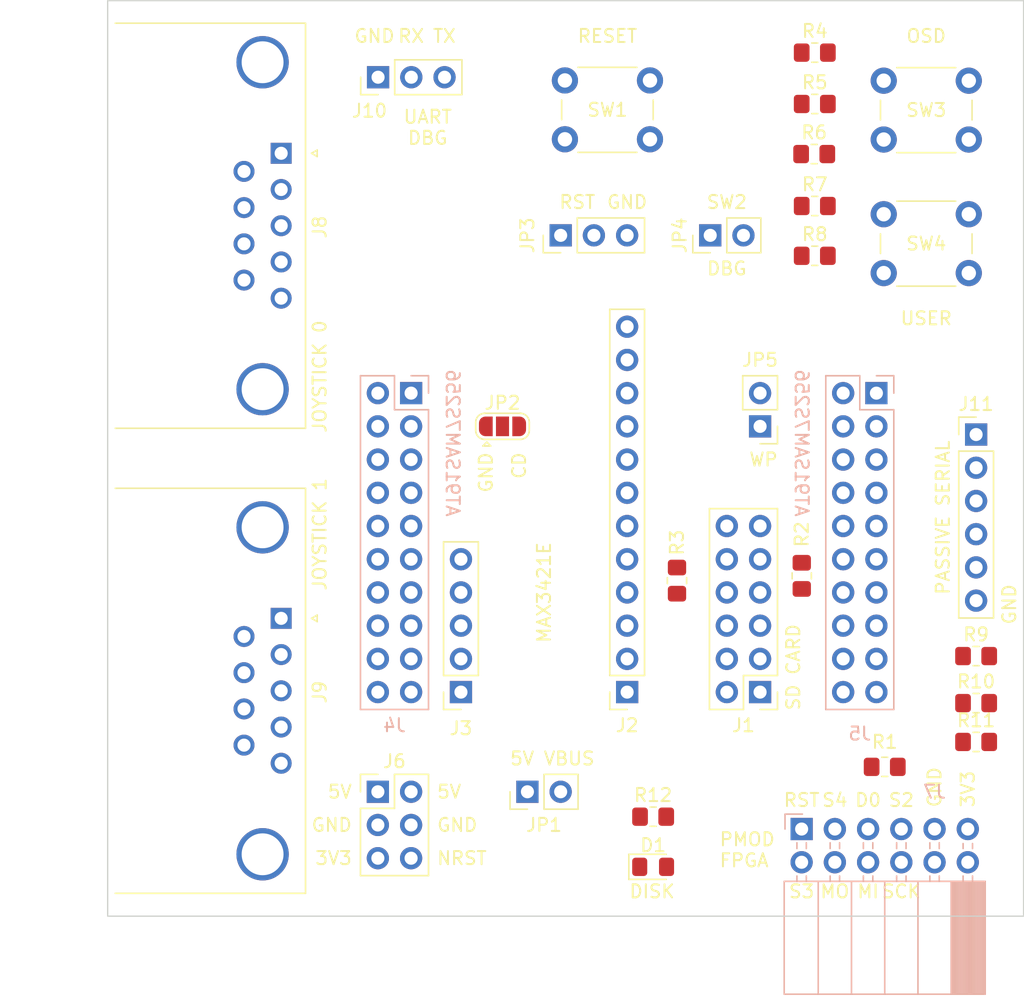
<source format=kicad_pcb>
(kicad_pcb (version 20211014) (generator pcbnew)
  (layers (0 "F.Cu" signal) (31 "B.Cu" signal) (34 "B.Paste" user) (35 "F.Paste" user) (36 "B.SilkS" user "B.Silkscreen") (37 "F.SilkS" user "F.Silkscreen") (38 "B.Mask" user) (39 "F.Mask" user) (44 "Edge.Cuts" user))
  (net 0 "")
  (net 1 "/PA31_SS1_SD")
  (net 2 "/PA0_SD_CD")
  (net 3 "/PA1_SD_WP")
  (net 4 "/PA2_SS4")
  (net 5 "/PA3_SS3")
  (net 6 "/PA30_INT")
  (net 7 "/PA29_LED")
  (net 8 "/PA28_J1UP")
  (net 9 "/PA27_J1DW")
  (net 10 "/PA4_CONF_DONE")
  (net 11 "/PA5_RX")
  (net 12 "/PA6_TX")
  (net 13 "/PA7_CONF_NSTAT")
  (net 14 "/PA8_CONF_NCFG")
  (net 15 "/PA9_CONF_D0")
  (net 16 "/PA10_SS2")
  (net 17 "/PB1_AD5")
  (net 18 "/PB0_AD4")
  (net 19 "/PB3_AD7")
  (net 20 "/PB2_AD6")
  (net 21 "/PA18_J0B1")
  (net 22 "/PA17_J0B2")
  (net 23 "/PA19_J0RG")
  (net 24 "/PA21_J0DW")
  (net 25 "/PA23_J1B2")
  (net 26 "/PA22_J0UP")
  (net 27 "/PA16_DM_PUP")
  (net 28 "/PA20_J0LF")
  (net 29 "/PA14_SCK")
  (net 30 "/PA15_CONF_DCLK")
  (net 31 "/PA24_J1B1")
  (net 32 "/PA13_MOSI")
  (net 33 "/PA26_J1LF")
  (net 34 "/PA25_J1RG")
  (net 35 "/PA11_SS0_USB")
  (net 36 "/PA12_MISO")
  (net 37 "Net-(D1-Pad1)")
  (net 38 "/3V3")
  (net 39 "/5V")
  (net 40 "GND")
  (net 41 "/NRST")
  (net 42 "/NRST2")
  (net 56 "/VBUS")
  (net 57 "/SCK2")
  (net 58 "/SCK1")
  (net 59 "/SCK3")
  (net 60 "/PB4_TDI")
  (net 61 "/PB5_TDO")
  (net 62 "/PB6_TMS")
  (net 63 "/PB7_TCK")
  (net 64 "/CD")
  (footprint "Connector_Dsub:DSUB-9_Male_Horizontal_P2.77x2.84mm_EdgePinOffset9.90mm_Housed_MountingHolesOffset11.32mm" (layer "F.Cu") (at 113.260331 97.23 -90)
    (fp_text reference "J9" (at 5.64 -2.944669 90) (layer "F.SilkS"))
    (fp_text value "DB9_Male")
    (fp_line (start -0.25 -2.754338) (end 0.25 -2.754338) (layer "F.SilkS") (width 0.12))
    (fp_line (start -9.945 12.68) (end -9.945 -1.86) (layer "F.SilkS") (width 0.12))
    (fp_line (start 0 -2.321325) (end -0.25 -2.754338) (layer "F.SilkS") (width 0.12))
    (fp_line (start -9.945 -1.86) (end 21.025 -1.86) (layer "F.SilkS") (width 0.12))
    (fp_line (start 0.25 -2.754338) (end 0 -2.321325) (layer "F.SilkS") (width 0.12))
    (fp_line (start 21.025 -1.86) (end 21.025 12.68) (layer "F.SilkS") (width 0.12))
    (pad "0" thru_hole circle (at 18.04 1.42 270) (size 4 4) (drill 3.2) (layers *.Cu *.Mask))
    (pad "0" thru_hole circle (at -6.96 1.42 270) (size 4 4) (drill 3.2) (layers *.Cu *.Mask))
    (pad "1" thru_hole rect (at 0 0 270) (size 1.6 1.6) (drill 1) (layers *.Cu *.Mask) (net 8 "/PA28_J1UP"))
    (pad "2" thru_hole circle (at 2.77 0 270) (size 1.6 1.6) (drill 1) (layers *.Cu *.Mask) (net 9 "/PA27_J1DW"))
    (pad "3" thru_hole circle (at 5.54 0 270) (size 1.6 1.6) (drill 1) (layers *.Cu *.Mask) (net 33 "/PA26_J1LF"))
    (pad "4" thru_hole circle (at 8.31 0 270) (size 1.6 1.6) (drill 1) (layers *.Cu *.Mask) (net 34 "/PA25_J1RG"))
    (pad "5" thru_hole circle (at 11.08 0 270) (size 1.6 1.6) (drill 1) (layers *.Cu *.Mask) (net 39 "/5V"))
    (pad "6" thru_hole circle (at 1.385 2.84 270) (size 1.6 1.6) (drill 1) (layers *.Cu *.Mask) (net 31 "/PA24_J1B1"))
    (pad "7" thru_hole circle (at 4.155 2.84 270) (size 1.6 1.6) (drill 1) (layers *.Cu *.Mask))
    (pad "8" thru_hole circle (at 6.925 2.84 270) (size 1.6 1.6) (drill 1) (layers *.Cu *.Mask) (net 40 "GND"))
    (pad "9" thru_hole circle (at 9.695 2.84 270) (size 1.6 1.6) (drill 1) (layers *.Cu *.Mask) (net 25 "/PA23_J1B2"))
  )
  (footprint "Diode_SMD:D_0805_2012Metric_Pad1.15x1.40mm_HandSolder" (layer "F.Cu") (at 141.686 116.23)
    (fp_text reference "D1" (at 0 -1.65) (layer "F.SilkS"))
    (fp_text value "LED")
    (fp_line (start -1.86 0.96) (end 1 0.96) (layer "F.SilkS") (width 0.12))
    (fp_line (start -1.86 -0.96) (end -1.86 0.96) (layer "F.SilkS") (width 0.12))
    (fp_line (start 1 -0.96) (end -1.86 -0.96) (layer "F.SilkS") (width 0.12))
    (pad "1" smd roundrect (at -1.025 0) (size 1.15 1.4) (layers "F.Cu" "F.Paste" "F.Mask") (roundrect_rratio 0.217391) (net 37 "Net-(D1-Pad1)"))
    (pad "2" smd roundrect (at 1.025 0) (size 1.15 1.4) (layers "F.Cu" "F.Paste" "F.Mask") (roundrect_rratio 0.217391) (net 38 "/3V3"))
  )
  (footprint "Connector_PinHeader_2.54mm:PinHeader_1x03_P2.54mm_Vertical" (layer "F.Cu") (at 120.665 55.855 90)
    (fp_text reference "J10" (at -2.565 -0.65 180) (layer "F.SilkS"))
    (fp_text value "Conn_01x03" hide)
    (fp_line (start 1.33 1.27) (end 1.33 6.41) (layer "F.SilkS") (width 0.12))
    (fp_line (start -1.33 6.41) (end 1.33 6.41) (layer "F.SilkS") (width 0.12))
    (fp_line (start -1.33 0) (end -1.33 -1.33) (layer "F.SilkS") (width 0.12))
    (fp_line (start -1.33 1.27) (end 1.33 1.27) (layer "F.SilkS") (width 0.12))
    (fp_line (start -1.33 1.27) (end -1.33 6.41) (layer "F.SilkS") (width 0.12))
    (fp_line (start -1.33 -1.33) (end 0 -1.33) (layer "F.SilkS") (width 0.12))
    (pad "1" thru_hole rect (at 0 0 90) (size 1.7 1.7) (drill 1) (layers *.Cu *.Mask) (net 40 "GND"))
    (pad "2" thru_hole oval (at 0 2.54 90) (size 1.7 1.7) (drill 1) (layers *.Cu *.Mask) (net 11 "/PA5_RX"))
    (pad "3" thru_hole oval (at 0 5.08 90) (size 1.7 1.7) (drill 1) (layers *.Cu *.Mask) (net 12 "/PA6_TX"))
  )
  (footprint "Connector_PinSocket_2.54mm:PinSocket_1x12_P2.54mm_Vertical" (layer "F.Cu") (at 139.7 102.87 180)
    (fp_text reference "J2" (at 0 -2.54) (layer "F.SilkS"))
    (fp_text value "Conn_01x12" hide)
    (fp_line (start -1.33 1.27) (end 1.33 1.27) (layer "F.SilkS") (width 0.12))
    (fp_line (start -1.33 1.27) (end -1.33 29.27) (layer "F.SilkS") (width 0.12))
    (fp_line (start 1.33 -1.33) (end 1.33 0) (layer "F.SilkS") (width 0.12))
    (fp_line (start -1.33 29.27) (end 1.33 29.27) (layer "F.SilkS") (width 0.12))
    (fp_line (start 1.33 1.27) (end 1.33 29.27) (layer "F.SilkS") (width 0.12))
    (fp_line (start 0 -1.33) (end 1.33 -1.33) (layer "F.SilkS") (width 0.12))
    (pad "1" thru_hole rect (at 0 0 180) (size 1.7 1.7) (drill 1) (layers *.Cu *.Mask) (net 35 "/PA11_SS0_USB"))
    (pad "2" thru_hole oval (at 0 2.54 180) (size 1.7 1.7) (drill 1) (layers *.Cu *.Mask) (net 32 "/PA13_MOSI"))
    (pad "3" thru_hole oval (at 0 5.08 180) (size 1.7 1.7) (drill 1) (layers *.Cu *.Mask) (net 36 "/PA12_MISO"))
    (pad "4" thru_hole oval (at 0 7.62 180) (size 1.7 1.7) (drill 1) (layers *.Cu *.Mask) (net 58 "/SCK1"))
    (pad "5" thru_hole oval (at 0 10.16 180) (size 1.7 1.7) (drill 1) (layers *.Cu *.Mask))
    (pad "6" thru_hole oval (at 0 12.7 180) (size 1.7 1.7) (drill 1) (layers *.Cu *.Mask))
    (pad "7" thru_hole oval (at 0 15.24 180) (size 1.7 1.7) (drill 1) (layers *.Cu *.Mask))
    (pad "8" thru_hole oval (at 0 17.78 180) (size 1.7 1.7) (drill 1) (layers *.Cu *.Mask))
    (pad "9" thru_hole oval (at 0 20.32 180) (size 1.7 1.7) (drill 1) (layers *.Cu *.Mask) (net 38 "/3V3"))
    (pad "10" thru_hole oval (at 0 22.86 180) (size 1.7 1.7) (drill 1) (layers *.Cu *.Mask))
    (pad "11" thru_hole oval (at 0 25.4 180) (size 1.7 1.7) (drill 1) (layers *.Cu *.Mask) (net 40 "GND"))
    (pad "12" thru_hole oval (at 0 27.94 180) (size 1.7 1.7) (drill 1) (layers *.Cu *.Mask))
  )
  (footprint "Resistor_SMD:R_0805_2012Metric_Pad1.20x1.40mm_HandSolder" (layer "F.Cu") (at 166.37 103.71)
    (fp_text reference "R10" (at 0 -1.65) (layer "F.SilkS"))
    (fp_text value "10k" hide)
    (fp_line (start -0.227064 0.735) (end 0.227064 0.735) (layer "F.SilkS") (width 0.12))
    (fp_line (start -0.227064 -0.735) (end 0.227064 -0.735) (layer "F.SilkS") (width 0.12))
    (pad "1" smd roundrect (at -1 0) (size 1.2 1.4) (layers "F.Cu" "F.Paste" "F.Mask") (roundrect_rratio 0.208333) (net 13 "/PA7_CONF_NSTAT"))
    (pad "2" smd roundrect (at 1 0) (size 1.2 1.4) (layers "F.Cu" "F.Paste" "F.Mask") (roundrect_rratio 0.208333) (net 38 "/3V3"))
  )
  (footprint "Connector_PinHeader_2.54mm:PinHeader_2x03_P2.54mm_Vertical" (layer "F.Cu") (at 120.65 110.49)
    (fp_text reference "J6" (at 1.27 -2.33) (layer "F.SilkS"))
    (fp_text value "Conn_02x03_Odd_Even" hide)
    (fp_line (start 3.87 -1.33) (end 3.87 6.41) (layer "F.SilkS") (width 0.12))
    (fp_line (start -1.33 -1.33) (end 0 -1.33) (layer "F.SilkS") (width 0.12))
    (fp_line (start 1.27 -1.33) (end 3.87 -1.33) (layer "F.SilkS") (width 0.12))
    (fp_line (start -1.33 1.27) (end -1.33 6.41) (layer "F.SilkS") (width 0.12))
    (fp_line (start -1.33 6.41) (end 3.87 6.41) (layer "F.SilkS") (width 0.12))
    (fp_line (start -1.33 0) (end -1.33 -1.33) (layer "F.SilkS") (width 0.12))
    (fp_line (start -1.33 1.27) (end 1.27 1.27) (layer "F.SilkS") (width 0.12))
    (fp_line (start 1.27 1.27) (end 1.27 -1.33) (layer "F.SilkS") (width 0.12))
    (pad "1" thru_hole rect (at 0 0) (size 1.7 1.7) (drill 1) (layers *.Cu *.Mask) (net 39 "/5V"))
    (pad "2" thru_hole oval (at 2.54 0) (size 1.7 1.7) (drill 1) (layers *.Cu *.Mask) (net 39 "/5V"))
    (pad "3" thru_hole oval (at 0 2.54) (size 1.7 1.7) (drill 1) (layers *.Cu *.Mask) (net 40 "GND"))
    (pad "4" thru_hole oval (at 2.54 2.54) (size 1.7 1.7) (drill 1) (layers *.Cu *.Mask) (net 40 "GND"))
    (pad "5" thru_hole oval (at 0 5.08) (size 1.7 1.7) (drill 1) (layers *.Cu *.Mask) (net 38 "/3V3"))
    (pad "6" thru_hole oval (at 2.54 5.08) (size 1.7 1.7) (drill 1) (layers *.Cu *.Mask) (net 41 "/NRST"))
  )
  (footprint "Resistor_SMD:R_0805_2012Metric_Pad1.20x1.40mm_HandSolder" (layer "F.Cu") (at 141.686 112.395)
    (fp_text reference "R12" (at 0 -1.65) (layer "F.SilkS"))
    (fp_text value "220" hide)
    (fp_line (start -0.227064 0.735) (end 0.227064 0.735) (layer "F.SilkS") (width 0.12))
    (fp_line (start -0.227064 -0.735) (end 0.227064 -0.735) (layer "F.SilkS") (width 0.12))
    (pad "1" smd roundrect (at -1 0) (size 1.2 1.4) (layers "F.Cu" "F.Paste" "F.Mask") (roundrect_rratio 0.208333) (net 7 "/PA29_LED"))
    (pad "2" smd roundrect (at 1 0) (size 1.2 1.4) (layers "F.Cu" "F.Paste" "F.Mask") (roundrect_rratio 0.208333) (net 37 "Net-(D1-Pad1)"))
  )
  (footprint "Button_Switch_THT:SW_PUSH_6mm_H5mm" (layer "F.Cu") (at 159.31 66.33)
    (fp_text reference "SW4" (at 3.25 2.25) (layer "F.SilkS"))
    (fp_text value "SW_Push" hide)
    (fp_line (start 1 5.5) (end 5.5 5.5) (layer "F.SilkS") (width 0.12))
    (fp_line (start 6.75 3) (end 6.75 1.5) (layer "F.SilkS") (width 0.12))
    (fp_line (start 5.5 -1) (end 1 -1) (layer "F.SilkS") (width 0.12))
    (fp_line (start -0.25 1.5) (end -0.25 3) (layer "F.SilkS") (width 0.12))
    (pad "1" thru_hole circle (at 6.5 0 90) (size 2 2) (drill 1.1) (layers *.Cu *.Mask) (net 19 "/PB3_AD7"))
    (pad "1" thru_hole circle (at 0 0 90) (size 2 2) (drill 1.1) (layers *.Cu *.Mask) (net 19 "/PB3_AD7"))
    (pad "2" thru_hole circle (at 6.5 4.5 90) (size 2 2) (drill 1.1) (layers *.Cu *.Mask) (net 40 "GND"))
    (pad "2" thru_hole circle (at 0 4.5 90) (size 2 2) (drill 1.1) (layers *.Cu *.Mask) (net 40 "GND"))
  )
  (footprint "Resistor_SMD:R_0805_2012Metric_Pad1.20x1.40mm_HandSolder" (layer "F.Cu") (at 154.04 69.51)
    (fp_text reference "R8" (at 0 -1.65) (layer "F.SilkS"))
    (fp_text value "4k7" hide)
    (fp_line (start -0.227064 -0.735) (end 0.227064 -0.735) (layer "F.SilkS") (width 0.12))
    (fp_line (start -0.227064 0.735) (end 0.227064 0.735) (layer "F.SilkS") (width 0.12))
    (pad "1" smd roundrect (at -1 0) (size 1.2 1.4) (layers "F.Cu" "F.Paste" "F.Mask") (roundrect_rratio 0.208333) (net 18 "/PB0_AD4"))
    (pad "2" smd roundrect (at 1 0) (size 1.2 1.4) (layers "F.Cu" "F.Paste" "F.Mask") (roundrect_rratio 0.208333) (net 38 "/3V3"))
  )
  (footprint "Resistor_SMD:R_0805_2012Metric_Pad1.20x1.40mm_HandSolder" (layer "F.Cu") (at 166.37 100.115)
    (fp_text reference "R9" (at 0 -1.65) (layer "F.SilkS"))
    (fp_text value "10k" hide)
    (fp_line (start -0.227064 -0.735) (end 0.227064 -0.735) (layer "F.SilkS") (width 0.12))
    (fp_line (start -0.227064 0.735) (end 0.227064 0.735) (layer "F.SilkS") (width 0.12))
    (pad "1" smd roundrect (at -1 0) (size 1.2 1.4) (layers "F.Cu" "F.Paste" "F.Mask") (roundrect_rratio 0.208333) (net 14 "/PA8_CONF_NCFG"))
    (pad "2" smd roundrect (at 1 0) (size 1.2 1.4) (layers "F.Cu" "F.Paste" "F.Mask") (roundrect_rratio 0.208333) (net 38 "/3V3"))
  )
  (footprint "Connector_PinSocket_2.54mm:PinSocket_1x05_P2.54mm_Vertical" (layer "F.Cu") (at 127 102.87 180)
    (fp_text reference "J3" (at 0 -2.77) (layer "F.SilkS"))
    (fp_text value "Conn_01x05" hide)
    (fp_line (start 1.33 1.27) (end 1.33 11.49) (layer "F.SilkS") (width 0.12))
    (fp_line (start -1.33 11.49) (end 1.33 11.49) (layer "F.SilkS") (width 0.12))
    (fp_line (start 0 -1.33) (end 1.33 -1.33) (layer "F.SilkS") (width 0.12))
    (fp_line (start -1.33 1.27) (end 1.33 1.27) (layer "F.SilkS") (width 0.12))
    (fp_line (start -1.33 1.27) (end -1.33 11.49) (layer "F.SilkS") (width 0.12))
    (fp_line (start 1.33 -1.33) (end 1.33 0) (layer "F.SilkS") (width 0.12))
    (pad "1" thru_hole rect (at 0 0 180) (size 1.7 1.7) (drill 1) (layers *.Cu *.Mask) (net 56 "/VBUS"))
    (pad "2" thru_hole oval (at 0 2.54 180) (size 1.7 1.7) (drill 1) (layers *.Cu *.Mask) (net 6 "/PA30_INT"))
    (pad "3" thru_hole oval (at 0 5.08 180) (size 1.7 1.7) (drill 1) (layers *.Cu *.Mask))
    (pad "4" thru_hole oval (at 0 7.62 180) (size 1.7 1.7) (drill 1) (layers *.Cu *.Mask) (net 42 "/NRST2"))
    (pad "5" thru_hole oval (at 0 10.16 180) (size 1.7 1.7) (drill 1) (layers *.Cu *.Mask))
  )
  (footprint "Connector_PinHeader_2.54mm:PinHeader_1x02_P2.54mm_Vertical" (layer "F.Cu") (at 146.05 67.945 90)
    (fp_text reference "JP4" (at 0 -2.33 90) (layer "F.SilkS"))
    (fp_text value "Conn_01x02" hide)
    (fp_line (start 1.33 1.27) (end 1.33 3.87) (layer "F.SilkS") (width 0.12))
    (fp_line (start -1.33 1.27) (end -1.33 3.87) (layer "F.SilkS") (width 0.12))
    (fp_line (start -1.33 1.27) (end 1.33 1.27) (layer "F.SilkS") (width 0.12))
    (fp_line (start -1.33 0) (end -1.33 -1.33) (layer "F.SilkS") (width 0.12))
    (fp_line (start -1.33 3.87) (end 1.33 3.87) (layer "F.SilkS") (width 0.12))
    (fp_line (start -1.33 -1.33) (end 0 -1.33) (layer "F.SilkS") (width 0.12))
    (pad "1" thru_hole rect (at 0 0 90) (size 1.7 1.7) (drill 1) (layers *.Cu *.Mask) (net 17 "/PB1_AD5"))
    (pad "2" thru_hole oval (at 0 2.54 90) (size 1.7 1.7) (drill 1) (layers *.Cu *.Mask) (net 18 "/PB0_AD4"))
  )
  (footprint "Resistor_SMD:R_0805_2012Metric_Pad1.20x1.40mm_HandSolder" (layer "F.Cu") (at 154.04 53.975)
    (fp_text reference "R4" (at 0 -1.651) (layer "F.SilkS"))
    (fp_text value "4k7" hide)
    (fp_line (start -0.227064 -0.735) (end 0.227064 -0.735) (layer "F.SilkS") (width 0.12))
    (fp_line (start -0.227064 0.735) (end 0.227064 0.735) (layer "F.SilkS") (width 0.12))
    (pad "1" smd roundrect (at -1 0) (size 1.2 1.4) (layers "F.Cu" "F.Paste" "F.Mask") (roundrect_rratio 0.208333) (net 42 "/NRST2"))
    (pad "2" smd roundrect (at 1 0) (size 1.2 1.4) (layers "F.Cu" "F.Paste" "F.Mask") (roundrect_rratio 0.208333) (net 38 "/3V3"))
  )
  (footprint "Button_Switch_THT:SW_PUSH_6mm_H5mm" (layer "F.Cu") (at 134.945 56.1)
    (fp_text reference "SW1" (at 3.25 2.25) (layer "F.SilkS"))
    (fp_text value "SW_Push" hide)
    (fp_line (start -0.25 1.5) (end -0.25 3) (layer "F.SilkS") (width 0.12))
    (fp_line (start 6.75 3) (end 6.75 1.5) (layer "F.SilkS") (width 0.12))
    (fp_line (start 5.5 -1) (end 1 -1) (layer "F.SilkS") (width 0.12))
    (fp_line (start 1 5.5) (end 5.5 5.5) (layer "F.SilkS") (width 0.12))
    (pad "1" thru_hole circle (at 0 0 90) (size 2 2) (drill 1.1) (layers *.Cu *.Mask) (net 42 "/NRST2"))
    (pad "1" thru_hole circle (at 6.5 0 90) (size 2 2) (drill 1.1) (layers *.Cu *.Mask) (net 42 "/NRST2"))
    (pad "2" thru_hole circle (at 0 4.5 90) (size 2 2) (drill 1.1) (layers *.Cu *.Mask) (net 40 "GND"))
    (pad "2" thru_hole circle (at 6.5 4.5 90) (size 2 2) (drill 1.1) (layers *.Cu *.Mask) (net 40 "GND"))
  )
  (footprint "Resistor_SMD:R_0805_2012Metric_Pad1.20x1.40mm_HandSolder" (layer "F.Cu") (at 154.04 65.7)
    (fp_text reference "R7" (at 0 -1.65) (layer "F.SilkS"))
    (fp_text value "4k7" hide)
    (fp_line (start -0.227064 -0.735) (end 0.227064 -0.735) (layer "F.SilkS") (width 0.12))
    (fp_line (start -0.227064 0.735) (end 0.227064 0.735) (layer "F.SilkS") (width 0.12))
    (pad "1" smd roundrect (at -1 0) (size 1.2 1.4) (layers "F.Cu" "F.Paste" "F.Mask") (roundrect_rratio 0.208333) (net 17 "/PB1_AD5"))
    (pad "2" smd roundrect (at 1 0) (size 1.2 1.4) (layers "F.Cu" "F.Paste" "F.Mask") (roundrect_rratio 0.208333) (net 38 "/3V3"))
  )
  (footprint "Resistor_SMD:R_0805_2012Metric_Pad1.20x1.40mm_HandSolder" (layer "F.Cu") (at 153.045 93.98 90)
    (fp_text reference "R2" (at 3.175 0 90) (layer "F.SilkS"))
    (fp_text value "47" hide)
    (fp_line (start -0.227064 -0.735) (end 0.227064 -0.735) (layer "F.SilkS") (width 0.12))
    (fp_line (start -0.227064 0.735) (end 0.227064 0.735) (layer "F.SilkS") (width 0.12))
    (pad "1" smd roundrect (at -1 0 90) (size 1.2 1.4) (layers "F.Cu" "F.Paste" "F.Mask") (roundrect_rratio 0.208333) (net 29 "/PA14_SCK"))
    (pad "2" smd roundrect (at 1 0 90) (size 1.2 1.4) (layers "F.Cu" "F.Paste" "F.Mask") (roundrect_rratio 0.208333) (net 57 "/SCK2"))
  )
  (footprint "Connector_PinHeader_2.54mm:PinHeader_1x03_P2.54mm_Vertical" (layer "F.Cu") (at 134.62 67.945 90)
    (fp_text reference "JP3" (at 0 -2.54 90) (layer "F.SilkS"))
    (fp_text value "Conn_01x03" hide)
    (fp_line (start -1.33 1.27) (end -1.33 6.41) (layer "F.SilkS") (width 0.12))
    (fp_line (start 1.33 1.27) (end 1.33 6.41) (layer "F.SilkS") (width 0.12))
    (fp_line (start -1.33 1.27) (end 1.33 1.27) (layer "F.SilkS") (width 0.12))
    (fp_line (start -1.33 -1.33) (end 0 -1.33) (layer "F.SilkS") (width 0.12))
    (fp_line (start -1.33 6.41) (end 1.33 6.41) (layer "F.SilkS") (width 0.12))
    (fp_line (start -1.33 0) (end -1.33 -1.33) (layer "F.SilkS") (width 0.12))
    (pad "1" thru_hole rect (at 0 0 90) (size 1.7 1.7) (drill 1) (layers *.Cu *.Mask) (net 41 "/NRST"))
    (pad "2" thru_hole oval (at 0 2.54 90) (size 1.7 1.7) (drill 1) (layers *.Cu *.Mask) (net 42 "/NRST2"))
    (pad "3" thru_hole oval (at 0 5.08 90) (size 1.7 1.7) (drill 1) (layers *.Cu *.Mask) (net 40 "GND"))
  )
  (footprint "Connector_PinHeader_2.54mm:PinHeader_1x06_P2.54mm_Vertical" (layer "F.Cu") (at 166.37 83.175)
    (fp_text reference "J11" (at 0 -2.33) (layer "F.SilkS"))
    (fp_text value "Conn_01x06" hide)
    (fp_line (start -1.33 0) (end -1.33 -1.33) (layer "F.SilkS") (width 0.12))
    (fp_line (start -1.33 1.27) (end -1.33 14.03) (layer "F.SilkS") (width 0.12))
    (fp_line (start -1.33 -1.33) (end 0 -1.33) (layer "F.SilkS") (width 0.12))
    (fp_line (start -1.33 1.27) (end 1.33 1.27) (layer "F.SilkS") (width 0.12))
    (fp_line (start 1.33 1.27) (end 1.33 14.03) (layer "F.SilkS") (width 0.12))
    (fp_line (start -1.33 14.03) (end 1.33 14.03) (layer "F.SilkS") (width 0.12))
    (pad "1" thru_hole rect (at 0 0) (size 1.7 1.7) (drill 1) (layers *.Cu *.Mask) (net 30 "/PA15_CONF_DCLK"))
    (pad "2" thru_hole oval (at 0 2.54) (size 1.7 1.7) (drill 1) (layers *.Cu *.Mask) (net 14 "/PA8_CONF_NCFG"))
    (pad "3" thru_hole oval (at 0 5.08) (size 1.7 1.7) (drill 1) (layers *.Cu *.Mask) (net 13 "/PA7_CONF_NSTAT"))
    (pad "4" thru_hole oval (at 0 7.62) (size 1.7 1.7) (drill 1) (layers *.Cu *.Mask) (net 10 "/PA4_CONF_DONE"))
    (pad "5" thru_hole oval (at 0 10.16) (size 1.7 1.7) (drill 1) (layers *.Cu *.Mask) (net 15 "/PA9_CONF_D0"))
    (pad "6" thru_hole oval (at 0 12.7) (size 1.7 1.7) (drill 1) (layers *.Cu *.Mask) (net 40 "GND"))
  )
  (footprint "Jumper:SolderJumper-3_P1.3mm_Open_RoundedPad1.0x1.5mm" (layer "F.Cu") (at 130.175 82.55)
    (fp_text reference "JP2" (at 0 -1.8) (layer "F.SilkS"))
    (fp_text value "SolderJumper_3_Open" hide)
    (fp_line (start -1.2 1.2) (end -0.9 1.5) (layer "F.SilkS") (width 0.12))
    (fp_line (start 1.4 1) (end -1.4 1) (layer "F.SilkS") (width 0.12))
    (fp_line (start 2.05 -0.3) (end 2.05 0.3) (layer "F.SilkS") (width 0.12))
    (fp_line (start -1.2 1.2) (end -1.5 1.5) (layer "F.SilkS") (width 0.12))
    (fp_line (start -1.4 -1) (end 1.4 -1) (layer "F.SilkS") (width 0.12))
    (fp_line (start -1.5 1.5) (end -0.9 1.5) (layer "F.SilkS") (width 0.12))
    (fp_line (start -2.05 0.3) (end -2.05 -0.3) (layer "F.SilkS") (width 0.12))
    (fp_arc (start 2.05 0.3) (mid 1.844975 0.794975) (end 1.35 1) (layer "F.SilkS") (width 0.12))
    (fp_arc (start -2.05 -0.3) (mid -1.844975 -0.794975) (end -1.35 -1) (layer "F.SilkS") (width 0.12))
    (fp_arc (start 1.35 -1) (mid 1.844975 -0.794975) (end 2.05 -0.3) (layer "F.SilkS") (width 0.12))
    (fp_arc (start -1.35 1) (mid -1.844975 0.794975) (end -2.05 0.3) (layer "F.SilkS") (width 0.12))
    (pad "1" smd custom (at -1.3 0) (size 1 0.5) (layers "F.Cu" "F.Mask") (net 40 "GND") (options (clearance outline) (anchor rect)) (primitives (gr_circle (center 0 0.25) (end 0.5 0.25) (width 0) (fill yes)) (gr_circle (center 0 -0.25) (end 0.5 -0.25) (width 0) (fill yes)) (gr_poly (pts (xy 0.55 0.75) (xy 0 0.75) (xy 0 -0.75) (xy 0.55 -0.75)) (width 0) (fill yes))))
    (pad "2" smd rect (at 0 0) (size 1 1.5) (layers "F.Cu" "F.Mask") (net 2 "/PA0_SD_CD"))
    (pad "3" smd custom (at 1.3 0) (size 1 0.5) (layers "F.Cu" "F.Mask") (net 64 "/CD") (options (clearance outline) (anchor rect)) (primitives (gr_circle (center 0 0.25) (end 0.5 0.25) (width 0) (fill yes)) (gr_circle (center 0 -0.25) (end 0.5 -0.25) (width 0) (fill yes)) (gr_poly (pts (xy 0 0.75) (xy -0.55 0.75) (xy -0.55 -0.75) (xy 0 -0.75)) (width 0) (fill yes))))
  )
  (footprint "Resistor_SMD:R_0805_2012Metric_Pad1.20x1.40mm_HandSolder" (layer "F.Cu") (at 159.385 108.585 180)
    (fp_text reference "R1" (at 0 1.905 180) (layer "F.SilkS"))
    (fp_text value "47" hide)
    (fp_line (start -0.227064 -0.735) (end 0.227064 -0.735) (layer "F.SilkS") (width 0.12))
    (fp_line (start -0.227064 0.735) (end 0.227064 0.735) (layer "F.SilkS") (width 0.12))
    (pad "1" smd roundrect (at -1 0 180) (size 1.2 1.4) (layers "F.Cu" "F.Paste" "F.Mask") (roundrect_rratio 0.208333) (net 59 "/SCK3"))
    (pad "2" smd roundrect (at 1 0 180) (size 1.2 1.4) (layers "F.Cu" "F.Paste" "F.Mask") (roundrect_rratio 0.208333) (net 29 "/PA14_SCK"))
  )
  (footprint "Connector_Dsub:DSUB-9_Male_Horizontal_P2.77x2.84mm_EdgePinOffset9.90mm_Housed_MountingHolesOffset11.32mm" (layer "F.Cu") (at 113.260331 61.67 -90)
    (fp_text reference "J8" (at 5.64 -2.944669 90) (layer "F.SilkS"))
    (fp_text value "DB9_Male")
    (fp_line (start -9.945 -1.86) (end 21.025 -1.86) (layer "F.SilkS") (width 0.12))
    (fp_line (start 21.025 -1.86) (end 21.025 12.68) (layer "F.SilkS") (width 0.12))
    (fp_line (start -0.25 -2.754338) (end 0.25 -2.754338) (layer "F.SilkS") (width 0.12))
    (fp_line (start 0.25 -2.754338) (end 0 -2.321325) (layer "F.SilkS") (width 0.12))
    (fp_line (start 0 -2.321325) (end -0.25 -2.754338) (layer "F.SilkS") (width 0.12))
    (fp_line (start -9.945 12.68) (end -9.945 -1.86) (layer "F.SilkS") (width 0.12))
    (pad "0" thru_hole circle (at 18.04 1.42 270) (size 4 4) (drill 3.2) (layers *.Cu *.Mask))
    (pad "0" thru_hole circle (at -6.96 1.42 270) (size 4 4) (drill 3.2) (layers *.Cu *.Mask))
    (pad "1" thru_hole rect (at 0 0 270) (size 1.6 1.6) (drill 1) (layers *.Cu *.Mask) (net 26 "/PA22_J0UP"))
    (pad "2" thru_hole circle (at 2.77 0 270) (size 1.6 1.6) (drill 1) (layers *.Cu *.Mask) (net 24 "/PA21_J0DW"))
    (pad "3" thru_hole circle (at 5.54 0 270) (size 1.6 1.6) (drill 1) (layers *.Cu *.Mask) (net 28 "/PA20_J0LF"))
    (pad "4" thru_hole circle (at 8.31 0 270) (size 1.6 1.6) (drill 1) (layers *.Cu *.Mask) (net 23 "/PA19_J0RG"))
    (pad "5" thru_hole circle (at 11.08 0 270) (size 1.6 1.6) (drill 1) (layers *.Cu *.Mask) (net 39 "/5V"))
    (pad "6" thru_hole circle (at 1.385 2.84 270) (size 1.6 1.6) (drill 1) (layers *.Cu *.Mask) (net 21 "/PA18_J0B1"))
    (pad "7" thru_hole circle (at 4.155 2.84 270) (size 1.6 1.6) (drill 1) (layers *.Cu *.Mask))
    (pad "8" thru_hole circle (at 6.925 2.84 270) (size 1.6 1.6) (drill 1) (layers *.Cu *.Mask) (net 40 "GND"))
    (pad "9" thru_hole circle (at 9.695 2.84 270) (size 1.6 1.6) (drill 1) (layers *.Cu *.Mask) (net 22 "/PA17_J0B2"))
  )
  (footprint "Resistor_SMD:R_0805_2012Metric_Pad1.20x1.40mm_HandSolder" (layer "F.Cu") (at 153.997064 61.73)
    (fp_text reference "R6" (at 0 -1.65) (layer "F.SilkS"))
    (fp_text value "4k7" hide)
    (fp_line (start -0.227064 0.735) (end 0.227064 0.735) (layer "F.SilkS") (width 0.12))
    (fp_line (start -0.227064 -0.735) (end 0.227064 -0.735) (layer "F.SilkS") (width 0.12))
    (pad "1" smd roundrect (at -1 0) (size 1.2 1.4) (layers "F.Cu" "F.Paste" "F.Mask") (roundrect_rratio 0.208333) (net 20 "/PB2_AD6"))
    (pad "2" smd roundrect (at 1 0) (size 1.2 1.4) (layers "F.Cu" "F.Paste" "F.Mask") (roundrect_rratio 0.208333) (net 38 "/3V3"))
  )
  (footprint "Button_Switch_THT:SW_PUSH_6mm_H5mm" (layer "F.Cu") (at 159.31 56.12)
    (fp_text reference "SW3" (at 3.25 2.25) (layer "F.SilkS"))
    (fp_text value "SW_Push" hide)
    (fp_line (start 6.75 3) (end 6.75 1.5) (layer "F.SilkS") (width 0.12))
    (fp_line (start 1 5.5) (end 5.5 5.5) (layer "F.SilkS") (width 0.12))
    (fp_line (start -0.25 1.5) (end -0.25 3) (layer "F.SilkS") (width 0.12))
    (fp_line (start 5.5 -1) (end 1 -1) (layer "F.SilkS") (width 0.12))
    (pad "1" thru_hole circle (at 6.5 0 90) (size 2 2) (drill 1.1) (layers *.Cu *.Mask) (net 20 "/PB2_AD6"))
    (pad "1" thru_hole circle (at 0 0 90) (size 2 2) (drill 1.1) (layers *.Cu *.Mask) (net 20 "/PB2_AD6"))
    (pad "2" thru_hole circle (at 0 4.5 90) (size 2 2) (drill 1.1) (layers *.Cu *.Mask) (net 40 "GND"))
    (pad "2" thru_hole circle (at 6.5 4.5 90) (size 2 2) (drill 1.1) (layers *.Cu *.Mask) (net 40 "GND"))
  )
  (footprint "Resistor_SMD:R_0805_2012Metric_Pad1.20x1.40mm_HandSolder" (layer "F.Cu") (at 154.04 57.9)
    (fp_text reference "R5" (at 0 -1.65) (layer "F.SilkS"))
    (fp_text value "4k7" hide)
    (fp_line (start -0.227064 0.735) (end 0.227064 0.735) (layer "F.SilkS") (width 0.12))
    (fp_line (start -0.227064 -0.735) (end 0.227064 -0.735) (layer "F.SilkS") (width 0.12))
    (pad "1" smd roundrect (at -1 0) (size 1.2 1.4) (layers "F.Cu" "F.Paste" "F.Mask") (roundrect_rratio 0.208333) (net 19 "/PB3_AD7"))
    (pad "2" smd roundrect (at 1 0) (size 1.2 1.4) (layers "F.Cu" "F.Paste" "F.Mask") (roundrect_rratio 0.208333) (net 38 "/3V3"))
  )
  (footprint "Resistor_SMD:R_0805_2012Metric_Pad1.20x1.40mm_HandSolder" (layer "F.Cu") (at 166.37 106.68)
    (fp_text reference "R11" (at 0 -1.65) (layer "F.SilkS"))
    (fp_text value "10k" hide)
    (fp_line (start -0.227064 0.735) (end 0.227064 0.735) (layer "F.SilkS") (width 0.12))
    (fp_line (start -0.227064 -0.735) (end 0.227064 -0.735) (layer "F.SilkS") (width 0.12))
    (pad "1" smd roundrect (at -1 0) (size 1.2 1.4) (layers "F.Cu" "F.Paste" "F.Mask") (roundrect_rratio 0.208333) (net 10 "/PA4_CONF_DONE"))
    (pad "2" smd roundrect (at 1 0) (size 1.2 1.4) (layers "F.Cu" "F.Paste" "F.Mask") (roundrect_rratio 0.208333) (net 38 "/3V3"))
  )
  (footprint "Connector_PinHeader_2.54mm:PinHeader_1x02_P2.54mm_Vertical" (layer "F.Cu") (at 149.86 82.55 180)
    (fp_text reference "JP5" (at 0 5.08 180) (layer "F.SilkS"))
    (fp_text value "Conn_01x02" hide)
    (fp_line (start -1.33 3.87) (end 1.33 3.87) (layer "F.SilkS") (width 0.12))
    (fp_line (start -1.33 1.27) (end 1.33 1.27) (layer "F.SilkS") (width 0.12))
    (fp_line (start 1.33 1.27) (end 1.33 3.87) (layer "F.SilkS") (width 0.12))
    (fp_line (start -1.33 -1.33) (end 0 -1.33) (layer "F.SilkS") (width 0.12))
    (fp_line (start -1.33 1.27) (end -1.33 3.87) (layer "F.SilkS") (width 0.12))
    (fp_line (start -1.33 0) (end -1.33 -1.33) (layer "F.SilkS") (width 0.12))
    (pad "1" thru_hole rect (at 0 0 180) (size 1.7 1.7) (drill 1) (layers *.Cu *.Mask) (net 3 "/PA1_SD_WP"))
    (pad "2" thru_hole oval (at 0 2.54 180) (size 1.7 1.7) (drill 1) (layers *.Cu *.Mask) (net 27 "/PA16_DM_PUP"))
  )
  (footprint "Resistor_SMD:R_0805_2012Metric_Pad1.20x1.40mm_HandSolder" (layer "F.Cu") (at 143.51 94.345 90)
    (fp_text reference "R3" (at 2.905 0 90) (layer "F.SilkS"))
    (fp_text value "47" hide)
    (fp_line (start -0.227064 -0.735) (end 0.227064 -0.735) (layer "F.SilkS") (width 0.12))
    (fp_line (start -0.227064 0.735) (end 0.227064 0.735) (layer "F.SilkS") (width 0.12))
    (pad "1" smd roundrect (at -1 0 90) (size 1.2 1.4) (layers "F.Cu" "F.Paste" "F.Mask") (roundrect_rratio 0.208333) (net 58 "/SCK1"))
    (pad "2" smd roundrect (at 1 0 90) (size 1.2 1.4) (layers "F.Cu" "F.Paste" "F.Mask") (roundrect_rratio 0.208333) (net 29 "/PA14_SCK"))
  )
  (footprint "libraries:Pmod_2x06_P2.54mm_Vertical_2" (layer "F.Cu") (at 149.86 102.87 180)
    (fp_text reference "J1" (at 1.27 -2.54) (layer "F.SilkS"))
    (fp_text value "Conn_02x06_Top_Bottom" hide)
    (fp_line (start 3.87 -1.33) (end 1.27 -1.33) (layer "F.SilkS") (width 0.12))
    (fp_line (start -1.33 -1.33) (end -1.33 0) (layer "F.SilkS") (width 0.12))
    (fp_line (start 1.27 -1.33) (end 1.27 1.27) (layer "F.SilkS") (width 0.12))
    (fp_line (start -1.33 1.27) (end -1.33 14.03) (layer "F.SilkS") (width 0.12))
    (fp_line (start 1.27 1.27) (end -1.33 1.27) (layer "F.SilkS") (width 0.12))
    (fp_line (start 0 -1.33) (end -1.33 -1.33) (layer "F.SilkS") (width 0.12))
    (fp_line (start 3.87 14.03) (end -1.33 14.03) (layer "F.SilkS") (width 0.12))
    (fp_line (start 3.87 -1.33) (end 3.87 14.03) (layer "F.SilkS") (width 0.12))
    (pad "1" thru_hole rect (at 0 0 180) (size 1.7 1.7) (drill 1) (layers *.Cu *.Mask) (net 1 "/PA31_SS1_SD"))
    (pad "2" thru_hole oval (at 0 2.54 180) (size 1.7 1.7) (drill 1) (layers *.Cu *.Mask) (net 32 "/PA13_MOSI"))
    (pad "3" thru_hole oval (at 0 5.08 180) (size 1.7 1.7) (drill 1) (layers *.Cu *.Mask) (net 36 "/PA12_MISO"))
    (pad "4" thru_hole oval (at 0 7.62 180) (size 1.7 1.7) (drill 1) (layers *.Cu *.Mask) (net 57 "/SCK2"))
    (pad "5" thru_hole oval (at 0 10.16 180) (size 1.7 1.7) (drill 1) (layers *.Cu *.Mask) (net 40 "GND"))
    (pad "6" thru_hole oval (at 0 12.7 180) (size 1.7 1.7) (drill 1) (layers *.Cu *.Mask) (net 38 "/3V3"))
    (pad "7" thru_hole oval (at 2.54 0 180) (size 1.7 1.7) (drill 1) (layers *.Cu *.Mask))
    (pad "8" thru_hole oval (at 2.54 2.54 180) (size 1.7 1.7) (drill 1) (layers *.Cu *.Mask))
    (pad "9" thru_hole oval (at 2.54 5.08 180) (size 1.7 1.7) (drill 1) (layers *.Cu *.Mask) (net 64 "/CD"))
    (pad "10" thru_hole oval (at 2.54 7.62 180) (size 1.7 1.7) (drill 1) (layers *.Cu *.Mask))
    (pad "11" thru_hole oval (at 2.54 10.16 180) (size 1.7 1.7) (drill 1) (layers *.Cu *.Mask) (net 40 "GND"))
    (pad "12" thru_hole oval (at 2.54 12.7 180) (size 1.7 1.7) (drill 1) (layers *.Cu *.Mask) (net 38 "/3V3"))
  )
  (footprint "Connector_PinHeader_2.54mm:PinHeader_1x02_P2.54mm_Vertical" (layer "F.Cu") (at 132.08 110.49 90)
    (fp_text reference "JP1" (at -2.54 1.27 180) (layer "F.SilkS"))
    (fp_text value "Conn_01x02" hide)
    (fp_line (start 1.33 1.27) (end 1.33 3.87) (layer "F.SilkS") (width 0.12))
    (fp_line (start -1.33 1.27) (end -1.33 3.87) (layer "F.SilkS") (width 0.12))
    (fp_line (start -1.33 3.87) (end 1.33 3.87) (layer "F.SilkS") (width 0.12))
    (fp_line (start -1.33 1.27) (end 1.33 1.27) (layer "F.SilkS") (width 0.12))
    (fp_line (start -1.33 -1.33) (end 0 -1.33) (layer "F.SilkS") (width 0.12))
    (fp_line (start -1.33 0) (end -1.33 -1.33) (layer "F.SilkS") (width 0.12))
    (pad "1" thru_hole rect (at 0 0 90) (size 1.7 1.7) (drill 1) (layers *.Cu *.Mask) (net 39 "/5V"))
    (pad "2" thru_hole oval (at 0 2.54 90) (size 1.7 1.7) (drill 1) (layers *.Cu *.Mask) (net 56 "/VBUS"))
  )
  (footprint "libraries:PMOD_Female_Horizontal_2" (layer "B.Cu") (at 165.735 113.34 90)
    (fp_text reference "J7" (at 2.85 -2.54) (layer "B.SilkS") (effects (justify mirror)))
    (fp_text value "Conn_02x06_Top_Bottom" hide)
    (fp_line (start -12.63 -0.325235) (end -4 -0.325235) (layer "B.SilkS") (width 0.12))
    (fp_line (start -4 -4.72) (end -3.59 -4.72) (layer "B.SilkS") (width 0.12))
    (fp_line (start -12.63 0.50143) (end -4 0.50143) (layer "B.SilkS") (width 0.12))
    (fp_line (start -12.63 1.33) (end -12.63 -14.03) (layer "B.SilkS") (width 0.12))
    (fp_line (start -12.63 -6.35) (end -4 -6.35) (layer "B.SilkS") (width 0.12))
    (fp_line (start -12.63 -14.03) (end -4 -14.03) (layer "B.SilkS") (width 0.12))
    (fp_line (start -1.49 -5.44) (end -1.05 -5.44) (layer "B.SilkS") (width 0.12))
    (fp_line (start -12.63 -0.089045) (end -4 -0.089045) (layer "B.SilkS") (width 0.12))
    (fp_line (start -12.63 -8.89) (end -4 -8.89) (layer "B.SilkS") (width 0.12))
    (fp_line (start -12.63 -0.20714) (end -4 -0.20714) (layer "B.SilkS") (width 0.12))
    (fp_line (start -12.63 0.73762) (end -4 0.73762) (layer "B.SilkS") (width 0.12))
    (fp_line (start -12.63 0.619525) (end -4 0.619525) (layer "B.SilkS") (width 0.12))
    (fp_line (start -12.63 -0.561425) (end -4 -0.561425) (layer "B.SilkS") (width 0.12))
    (fp_line (start -4 -7.98) (end -3.59 -7.98) (layer "B.SilkS") (width 0.12))
    (fp_line (start -4 -2.9) (end -3.59 -2.9) (layer "B.SilkS") (width 0.12))
    (fp_line (start -12.63 -1.033805) (end -4 -1.033805) (layer "B.SilkS") (width 0.12))
    (fp_line (start -1.49 -0.36) (end -1.11 -0.36) (layer "B.SilkS") (width 0.12))
    (fp_line (start -12.63 0.26524) (end -4 0.26524) (layer "B.SilkS") (width 0.12))
    (fp_line (start -1.49 -7.26) (end -1.05 -7.26) (layer "B.SilkS") (width 0.12))
    (fp_line (start -4 -9.8) (end -3.59 -9.8) (layer "B.SilkS") (width 0.12))
    (fp_line (start -12.63 1.091905) (end -4 1.091905) (layer "B.SilkS") (width 0.12))
    (fp_line (start -12.63 -0.797615) (end -4 -0.797615) (layer "B.SilkS") (width 0.12))
    (fp_line (start -1.49 -13.06) (end -1.05 -13.06) (layer "B.SilkS") (width 0.12))
    (fp_line (start -12.63 -0.67952) (end -4 -0.67952) (layer "B.SilkS") (width 0.12))
    (fp_line (start -12.63 -1.1519) (end -4 -1.1519) (layer "B.SilkS") (width 0.12))
    (fp_line (start -12.63 -0.91571) (end -4 -0.91571) (layer "B.SilkS") (width 0.12))
    (fp_line (start -12.63 1.21) (end -4 1.21) (layer "B.SilkS") (width 0.12))
    (fp_line (start -1.49 -2.18) (end -1.05 -2.18) (layer "B.SilkS") (width 0.12))
    (fp_line (start -1.49 -10.52) (end -1.05 -10.52) (layer "B.SilkS") (width 0.12))
    (fp_line (start -4 -2.18) (end -3.59 -2.18) (layer "B.SilkS") (width 0.12))
    (fp_line (start -1.49 -4.72) (end -1.05 -4.72) (layer "B.SilkS") (width 0.12))
    (fp_line (start -4 -10.52) (end -3.59 -10.52) (layer "B.SilkS") (width 0.12))
    (fp_line (start -1.49 -12.34) (end -1.05 -12.34) (layer "B.SilkS") (width 0.12))
    (fp_line (start -12.63 -0.44333) (end -4 -0.44333) (layer "B.SilkS") (width 0.12))
    (fp_line (start -12.63 0.147145) (end -4 0.147145) (layer "B.SilkS") (width 0.12))
    (fp_line (start -12.63 0.383335) (end -4 0.383335) (layer "B.SilkS") (width 0.12))
    (fp_line (start -12.63 0.855715) (end -4 0.855715) (layer "B.SilkS") (width 0.12))
    (fp_line (start -4 -12.34) (end -3.59 -12.34) (layer "B.SilkS") (width 0.12))
    (fp_line (start -12.63 -3.81) (end -4 -3.81) (layer "B.SilkS") (width 0.12))
    (fp_line (start -1.49 0.36) (end -1.11 0.36) (layer "B.SilkS") (width 0.12))
    (fp_line (start -1.49 -2.9) (end -1.05 -2.9) (layer "B.SilkS") (width 0.12))
    (fp_line (start -12.63 0.02905) (end -4 0.02905) (layer "B.SilkS") (width 0.12))
    (fp_line (start -12.63 1.33) (end -4 1.33) (layer "B.SilkS") (width 0.12))
    (fp_line (start -1.49 -7.98) (end -1.05 -7.98) (layer "B.SilkS") (width 0.12))
    (fp_line (start 1.143 -12.64) (end 1.143 -13.97) (layer "B.SilkS") (width 0.12))
    (fp_line (start -12.63 0.97381) (end -4 0.97381) (layer "B.SilkS") (width 0.12))
    (fp_line (start 0 -13.97) (end 1.11 -13.97) (layer "B.SilkS") (width 0.12))
    (fp_line (start -4 1.33) (end -4 -14.03) (layer "B.SilkS") (width 0.12))
    (fp_line (start -4 -0.36) (end -3.59 -0.36) (layer "B.SilkS") (width 0.12))
    (fp_line (start -1.49 -9.8) (end -1.05 -9.8) (layer "B.SilkS") (width 0.12))
    (fp_line (start -4 0.36) (end -3.59 0.36) (layer "B.SilkS") (width 0.12))
    (fp_line (start -12.63 -1.27) (end -4 -1.27) (layer "B.SilkS") (width 0.12))
    (fp_line (start -4 -5.44) (end -3.59 -5.44) (layer "B.SilkS") (width 0.12))
    (fp_line (start -12.63 -11.43) (end -4 -11.43) (layer "B.SilkS") (width 0.12))
    (fp_line (start -4 -13.06) (end -3.59 -13.06) (layer "B.SilkS") (width 0.12))
    (fp_line (start -4 -7.26) (end -3.59 -7.26) (layer "B.SilkS") (width 0.12))
    (pad "1" thru_hole rect (at 0 -12.7 90) (size 1.7 1.7) (drill 1) (layers *.Cu *.Mask) (net 42 "/NRST2"))
    (pad "2" thru_hole oval (at 0 -10.16 90) (size 1.7 1.7) (drill 1) (layers *.Cu *.Mask) (net 4 "/PA2_SS4"))
    (pad "3" thru_hole oval (at 0 -7.62 90) (size 1.7 1.7) (drill 1) (layers *.Cu *.Mask) (net 15 "/PA9_CONF_D0"))
    (pad "4" thru_hole oval (at 0 -5.08 90) (size 1.7 1.7) (drill 1) (layers *.Cu *.Mask) (net 16 "/PA10_SS2"))
    (pad "5" thru_hole oval (at 0 -2.54 90) (size 1.7 1.7) (drill 1) (layers *.Cu *.Mask) (net 40 "GND"))
    (pad "6" thru_hole oval (at 0 0 90) (size 1.7 1.7) (drill 1) (layers *.Cu *.Mask) (net 38 "/3V3"))
    (pad "7" thru_hole oval (at -2.54 -12.7 90) (size 1.7 1.7) (drill 1) (layers *.Cu *.Mask) (net 5 "/PA3_SS3"))
    (pad "8" thru_hole oval (at -2.54 -10.16 90) (size 1.7 1.7) (drill 1) (layers *.Cu *.Mask) (net 32 "/PA13_MOSI"))
    (pad "9" thru_hole oval (at -2.54 -7.62 90) (size 1.7 1.7) (drill 1) (layers *.Cu *.Mask) (net 36 "/PA12_MISO"))
    (pad "10" thru_hole oval (at -2.54 -5.08 90) (size 1.7 1.7) (drill 1) (layers *.Cu *.Mask) (net 59 "/SCK3"))
    (pad "11" thru_hole oval (at -2.54 -2.54 90) (size 1.7 1.7) (drill 1) (layers *.Cu *.Mask) (net 40 "GND"))
    (pad "12" thru_hole oval (at -2.54 0 90) (size 1.7 1.7) (drill 1) (layers *.Cu *.Mask) (net 38 "/3V3"))
  )
  (footprint "Connector_PinSocket_2.54mm:PinSocket_2x10_P2.54mm_Vertical" (layer "B.Cu") (at 123.19 80.01 180)
    (fp_text reference "J4" (at 1.27 -25.4) (layer "B.SilkS") (effects (justify mirror)))
    (fp_text value "Conn_02x10_Odd_Even" hide)
    (fp_line (start 3.87 -24.19) (end -1.33 -24.19) (layer "B.SilkS") (width 0.12))
    (fp_line (start 1.27 -1.27) (end -1.33 -1.27) (layer "B.SilkS") (width 0.12))
    (fp_line (start 0 1.33) (end -1.33 1.33) (layer "B.SilkS") (width 0.12))
    (fp_line (start 3.87 1.33) (end 1.27 1.33) (layer "B.SilkS") (width 0.12))
    (fp_line (start 3.87 1.33) (end 3.87 -24.19) (layer "B.SilkS") (width 0.12))
    (fp_line (start -1.33 1.33) (end -1.33 0) (layer "B.SilkS") (width 0.12))
    (fp_line (start -1.33 -1.27) (end -1.33 -24.19) (layer "B.SilkS") (width 0.12))
    (fp_line (start 1.27 1.33) (end 1.27 -1.27) (layer "B.SilkS") (width 0.12))
    (pad "1" thru_hole rect (at 0 0 180) (size 1.7 1.7) (drill 1) (layers *.Cu *.Mask) (net 63 "/PB7_TCK"))
    (pad "2" thru_hole oval (at 2.54 0 180) (size 1.7 1.7) (drill 1) (layers *.Cu *.Mask) (net 1 "/PA31_SS1_SD"))
    (pad "3" thru_hole oval (at 0 -2.54 180) (size 1.7 1.7) (drill 1) (layers *.Cu *.Mask) (net 62 "/PB6_TMS"))
    (pad "4" thru_hole oval (at 2.54 -2.54 180) (size 1.7 1.7) (drill 1) (layers *.Cu *.Mask) (net 61 "/PB5_TDO"))
    (pad "5" thru_hole oval (at 0 -5.08 180) (size 1.7 1.7) (drill 1) (layers *.Cu *.Mask) (net 2 "/PA0_SD_CD"))
    (pad "6" thru_hole oval (at 2.54 -5.08 180) (size 1.7 1.7) (drill 1) (layers *.Cu *.Mask) (net 3 "/PA1_SD_WP"))
    (pad "7" thru_hole oval (at 0 -7.62 180) (size 1.7 1.7) (drill 1) (layers *.Cu *.Mask) (net 4 "/PA2_SS4"))
    (pad "8" thru_hole oval (at 2.54 -7.62 180) (size 1.7 1.7) (drill 1) (layers *.Cu *.Mask) (net 5 "/PA3_SS3"))
    (pad "9" thru_hole oval (at 0 -10.16 180) (size 1.7 1.7) (drill 1) (layers *.Cu *.Mask) (net 6 "/PA30_INT"))
    (pad "10" thru_hole oval (at 2.54 -10.16 180) (size 1.7 1.7) (drill 1) (layers *.Cu *.Mask) (net 7 "/PA29_LED"))
    (pad "11" thru_hole oval (at 0 -12.7 180) (size 1.7 1.7) (drill 1) (layers *.Cu *.Mask) (net 8 "/PA28_J1UP"))
    (pad "12" thru_hole oval (at 2.54 -12.7 180) (size 1.7 1.7) (drill 1) (layers *.Cu *.Mask) (net 9 "/PA27_J1DW"))
    (pad "13" thru_hole oval (at 0 -15.24 180) (size 1.7 1.7) (drill 1) (layers *.Cu *.Mask) (net 10 "/PA4_CONF_DONE"))
    (pad "14" thru_hole oval (at 2.54 -15.24 180) (size 1.7 1.7) (drill 1) (layers *.Cu *.Mask) (net 11 "/PA5_RX"))
    (pad "15" thru_hole oval (at 0 -17.78 180) (size 1.7 1.7) (drill 1) (layers *.Cu *.Mask) (net 12 "/PA6_TX"))
    (pad "16" thru_hole oval (at 2.54 -17.78 180) (size 1.7 1.7) (drill 1) (layers *.Cu *.Mask) (net 60 "/PB4_TDI"))
    (pad "17" thru_hole oval (at 0 -20.32 180) (size 1.7 1.7) (drill 1) (layers *.Cu *.Mask) (net 13 "/PA7_CONF_NSTAT"))
    (pad "18" thru_hole oval (at 2.54 -20.32 180) (size 1.7 1.7) (drill 1) (layers *.Cu *.Mask) (net 14 "/PA8_CONF_NCFG"))
    (pad "19" thru_hole oval (at 0 -22.86 180) (size 1.7 1.7) (drill 1) (layers *.Cu *.Mask) (net 15 "/PA9_CONF_D0"))
    (pad "20" thru_hole oval (at 2.54 -22.86 180) (size 1.7 1.7) (drill 1) (layers *.Cu *.Mask) (net 16 "/PA10_SS2"))
  )
  (footprint "Connector_PinSocket_2.54mm:PinSocket_2x10_P2.54mm_Vertical" (layer "B.Cu") (at 158.75 80.01 180)
    (fp_text reference "J5" (at 1.27 -26.035) (layer "B.SilkS") (effects (justify mirror)))
    (fp_text value "Conn_02x10_Odd_Even" hide)
    (fp_line (start 3.87 -24.19) (end -1.33 -24.19) (layer "B.SilkS") (width 0.12))
    (fp_line (start 0 1.33) (end -1.33 1.33) (layer "B.SilkS") (width 0.12))
    (fp_line (start 3.87 1.33) (end 1.27 1.33) (layer "B.SilkS") (width 0.12))
    (fp_line (start -1.33 -1.27) (end -1.33 -24.19) (layer "B.SilkS") (width 0.12))
    (fp_line (start 3.87 1.33) (end 3.87 -24.19) (layer "B.SilkS") (width 0.12))
    (fp_line (start 1.27 1.33) (end 1.27 -1.27) (layer "B.SilkS") (width 0.12))
    (fp_line (start 1.27 -1.27) (end -1.33 -1.27) (layer "B.SilkS") (width 0.12))
    (fp_line (start -1.33 1.33) (end -1.33 0) (layer "B.SilkS") (width 0.12))
    (pad "1" thru_hole rect (at 0 0 180) (size 1.7 1.7) (drill 1) (layers *.Cu *.Mask) (net 17 "/PB1_AD5"))
    (pad "2" thru_hole oval (at 2.54 0 180) (size 1.7 1.7) (drill 1) (layers *.Cu *.Mask) (net 18 "/PB0_AD4"))
    (pad "3" thru_hole oval (at 0 -2.54 180) (size 1.7 1.7) (drill 1) (layers *.Cu *.Mask) (net 19 "/PB3_AD7"))
    (pad "4" thru_hole oval (at 2.54 -2.54 180) (size 1.7 1.7) (drill 1) (layers *.Cu *.Mask) (net 20 "/PB2_AD6"))
    (pad "5" thru_hole oval (at 0 -5.08 180) (size 1.7 1.7) (drill 1) (layers *.Cu *.Mask) (net 21 "/PA18_J0B1"))
    (pad "6" thru_hole oval (at 2.54 -5.08 180) (size 1.7 1.7) (drill 1) (layers *.Cu *.Mask) (net 22 "/PA17_J0B2"))
    (pad "7" thru_hole oval (at 0 -7.62 180) (size 1.7 1.7) (drill 1) (layers *.Cu *.Mask) (net 23 "/PA19_J0RG"))
    (pad "8" thru_hole oval (at 2.54 -7.62 180) (size 1.7 1.7) (drill 1) (layers *.Cu *.Mask) (net 24 "/PA21_J0DW"))
    (pad "9" thru_hole oval (at 0 -10.16 180) (size 1.7 1.7) (drill 1) (layers *.Cu *.Mask) (net 25 "/PA23_J1B2"))
    (pad "10" thru_hole oval (at 2.54 -10.16 180) (size 1.7 1.7) (drill 1) (layers *.Cu *.Mask) (net 26 "/PA22_J0UP"))
    (pad "11" thru_hole oval (at 0 -12.7 180) (size 1.7 1.7) (drill 1) (layers *.Cu *.Mask) (net 27 "/PA16_DM_PUP"))
    (pad "12" thru_hole oval (at 2.54 -12.7 180) (size 1.7 1.7) (drill 1) (layers *.Cu *.Mask) (net 28 "/PA20_J0LF"))
    (pad "13" thru_hole oval (at 0 -15.24 180) (size 1.7 1.7) (drill 1) (layers *.Cu *.Mask) (net 29 "/PA14_SCK"))
    (pad "14" thru_hole oval (at 2.54 -15.24 180) (size 1.7 1.7) (drill 1) (layers *.Cu *.Mask) (net 30 "/PA15_CONF_DCLK"))
    (pad "15" thru_hole oval (at 0 -17.78 180) (size 1.7 1.7) (drill 1) (layers *.Cu *.Mask) (net 31 "/PA24_J1B1"))
    (pad "16" thru_hole oval (at 2.54 -17.78 180) (size 1.7 1.7) (drill 1) (layers *.Cu *.Mask) (net 32 "/PA13_MOSI"))
    (pad "17" thru_hole oval (at 0 -20.32 180) (size 1.7 1.7) (drill 1) (layers *.Cu *.Mask) (net 33 "/PA26_J1LF"))
    (pad "18" thru_hole oval (at 2.54 -20.32 180) (size 1.7 1.7) (drill 1) (layers *.Cu *.Mask) (net 34 "/PA25_J1RG"))
    (pad "19" thru_hole oval (at 0 -22.86 180) (size 1.7 1.7) (drill 1) (layers *.Cu *.Mask) (net 35 "/PA11_SS0_USB"))
    (pad "20" thru_hole oval (at 2.54 -22.86 180) (size 1.7 1.7) (drill 1) (layers *.Cu *.Mask) (net 36 "/PA12_MISO"))
  )
  (gr_rect (start 100 50) (end 170 120) (layer "Edge.Cuts") (width 0.1) (fill none))
  (gr_text "AT91SAM7S256" (at 153.035 83.82 270) (layer "B.SilkS") (effects (font (size 1 1)) (justify mirror)))
  (gr_text "AT91SAM7S256" (at 126.365 83.82 270) (layer "B.SilkS") (effects (font (size 1 1)) (justify mirror)))
  (gr_text "GND" (at 168.91 97.78 90) (layer "F.SilkS") (effects (font (size 1 1)) (justify left)))
  (gr_text "UART\nDBG" (at 124.46 59.69) (layer "F.SilkS") (effects (font (size 1 1))))
  (gr_text "PMOD\nFPGA" (at 146.685 114.935) (layer "F.SilkS") (effects (font (size 1 1)) (justify left)))
  (gr_text "PASSIVE SERIAL" (at 163.83 89.525 90) (layer "F.SilkS") (effects (font (size 1 1))))
  (gr_text "DBG" (at 147.32 70.485) (layer "F.SilkS") (effects (font (size 1 1))))
  (gr_text "S2" (at 160.655 111.125) (layer "F.SilkS") (effects (font (size 1 1))))
  (gr_text "GND" (at 118.745 113.03) (layer "F.SilkS") (effects (font (size 1 1)) (justify right)))
  (gr_text "USER" (at 162.56 74.295) (layer "F.SilkS") (effects (font (size 1 1))))
  (gr_text "D0" (at 158.115 111.125) (layer "F.SilkS") (effects (font (size 1 1))))
  (gr_text "S3" (at 153.035 118.11) (layer "F.SilkS") (effects (font (size 1 1))))
  (gr_text "JOYSTICK 0" (at 116.205 78.74 90) (layer "F.SilkS") (effects (font (size 1 1))))
  (gr_text "RX" (at 123.19 52.705) (layer "F.SilkS") (effects (font (size 1 1))))
  (gr_text "5V" (at 125.095 110.49) (layer "F.SilkS") (effects (font (size 1 1)) (justify left)))
  (gr_text "CD" (at 131.445 84.455 90) (layer "F.SilkS") (effects (font (size 1 1)) (justify right)))
  (gr_text "NRST" (at 125.095 115.57) (layer "F.SilkS") (effects (font (size 1 1)) (justify left)))
  (gr_text "RESET" (at 138.195 52.705) (layer "F.SilkS") (effects (font (size 1 1))))
  (gr_text "JOYSTICK 1" (at 116.205 90.805 90) (layer "F.SilkS") (effects (font (size 1 1))))
  (gr_text "OSD" (at 162.56 52.705) (layer "F.SilkS") (effects (font (size 1 1))))
  (gr_text "GND" (at 125.095 113.03) (layer "F.SilkS") (effects (font (size 1 1)) (justify left)))
  (gr_text "GND" (at 120.396 52.705) (layer "F.SilkS") (effects (font (size 1 1))))
  (gr_text "RST" (at 135.89 65.405) (layer "F.SilkS") (effects (font (size 1 1))))
  (gr_text "GND" (at 128.905 84.455 90) (layer "F.SilkS") (effects (font (size 1 1)) (justify right)))
  (gr_text "5V" (at 118.745 110.49) (layer "F.SilkS") (effects (font (size 1 1)) (justify right)))
  (gr_text "GND" (at 163.195 111.76 90) (layer "F.SilkS") (effects (font (size 1 1)) (justify left)))
  (gr_text "MO" (at 155.575 118.11) (layer "F.SilkS") (effects (font (size 1 1))))
  (gr_text "SD CARD" (at 152.4 100.965 90) (layer "F.SilkS") (effects (font (size 1 1))))
  (gr_text "MAX3421E" (at 133.35 95.25 90) (layer "F.SilkS") (effects (font (size 1 1))))
  (gr_text "SCK" (at 160.655 118.11) (layer "F.SilkS") (effects (font (size 1 1))))
  (gr_text "GND" (at 139.7 65.405) (layer "F.SilkS") (effects (font (size 1 1))))
  (gr_text "3V3" (at 165.735 111.76 90) (layer "F.SilkS") (effects (font (size 1 1)) (justify left)))
  (gr_text "3V3" (at 118.745 115.57) (layer "F.SilkS") (effects (font (size 1 1)) (justify right)))
  (gr_text "5V VBUS" (at 133.985 107.95) (layer "F.SilkS") (effects (font (size 1 1))))
  (gr_text "S4" (at 155.575 111.125) (layer "F.SilkS") (effects (font (size 1 1))))
  (gr_text "RST" (at 153.035 111.125) (layer "F.SilkS") (effects (font (size 1 1))))
  (gr_text "MI" (at 158.115 118.11) (layer "F.SilkS") (effects (font (size 1 1))))
  (gr_text "DISK" (at 141.605 118.11) (layer "F.SilkS") (effects (font (size 1 1))))
  (gr_text "WP" (at 150.125 85.09) (layer "F.SilkS") (effects (font (size 1 1))))
  (gr_text "TX" (at 125.73 52.705) (layer "F.SilkS") (effects (font (size 1 1))))
  (gr_text "SW2" (at 147.32 65.405) (layer "F.SilkS") (effects (font (size 1 1))))
)
</source>
